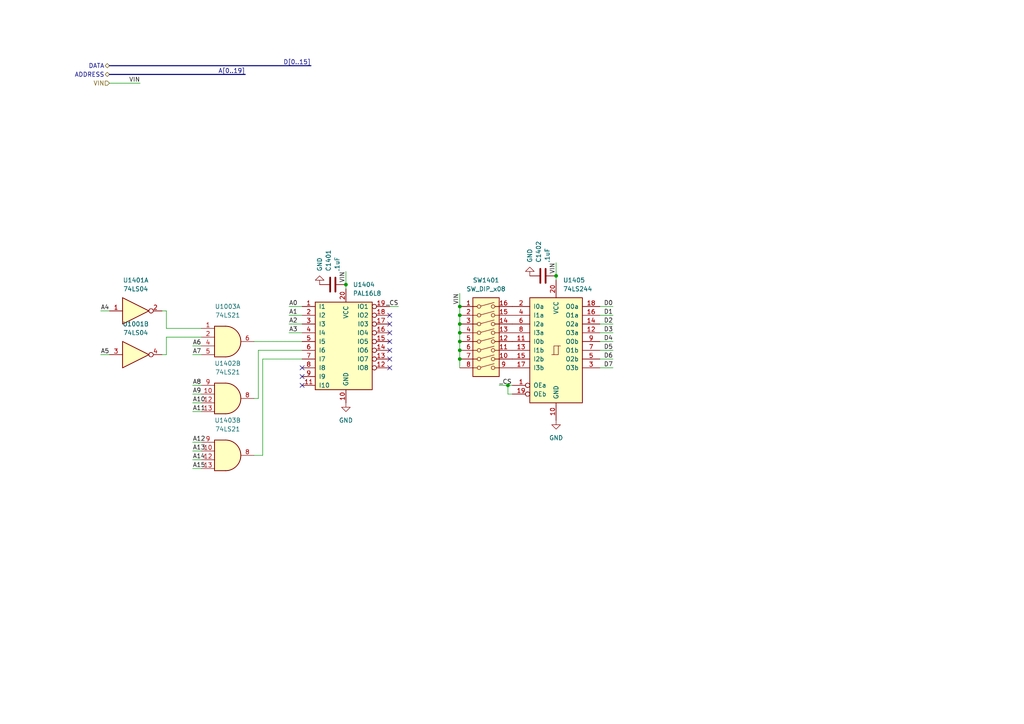
<source format=kicad_sch>
(kicad_sch (version 20211123) (generator eeschema)
  (paper "A4")
  (lib_symbols
    (symbol "74xx:74LS04"
      (property "Reference" "U" (at 0 1.27 0))
      (property "Value" "74LS04" (at 0 -1.27 0))
      (symbol "74LS04_1_0"
        (polyline (pts (xy -3.81 3.81) (xy -3.81 -3.81) (xy 3.81 0) (xy -3.81 3.81)) (stroke (width 0.254)) (fill (type background)))
        (pin input line (at -7.62 0 0) (length 3.81) (name "~") (number "1"))
        (pin output inverted (at 7.62 0 180) (length 3.81) (name "~") (number "2"))
      )
      (symbol "74LS04_2_0"
        (polyline (pts (xy -3.81 3.81) (xy -3.81 -3.81) (xy 3.81 0) (xy -3.81 3.81)) (stroke (width 0.254)) (fill (type background)))
        (pin input line (at -7.62 0 0) (length 3.81) (name "~") (number "3"))
        (pin output inverted (at 7.62 0 180) (length 3.81) (name "~") (number "4"))
      )
      (symbol "74LS04_3_0"
        (polyline (pts (xy -3.81 3.81) (xy -3.81 -3.81) (xy 3.81 0) (xy -3.81 3.81)) (stroke (width 0.254)) (fill (type background)))
        (pin input line (at -7.62 0 0) (length 3.81) (name "~") (number "5"))
        (pin output inverted (at 7.62 0 180) (length 3.81) (name "~") (number "6"))
      )
      (symbol "74LS04_4_0"
        (polyline (pts (xy -3.81 3.81) (xy -3.81 -3.81) (xy 3.81 0) (xy -3.81 3.81)) (stroke (width 0.254)) (fill (type background)))
        (pin output inverted (at 7.62 0 180) (length 3.81) (name "~") (number "8"))
        (pin input line (at -7.62 0 0) (length 3.81) (name "~") (number "9"))
      )
      (symbol "74LS04_5_0"
        (polyline (pts (xy -3.81 3.81) (xy -3.81 -3.81) (xy 3.81 0) (xy -3.81 3.81)) (stroke (width 0.254)) (fill (type background)))
        (pin output inverted (at 7.62 0 180) (length 3.81) (name "~") (number "10"))
        (pin input line (at -7.62 0 0) (length 3.81) (name "~") (number "11"))
      )
      (symbol "74LS04_6_0"
        (polyline (pts (xy -3.81 3.81) (xy -3.81 -3.81) (xy 3.81 0) (xy -3.81 3.81)) (stroke (width 0.254)) (fill (type background)))
        (pin output inverted (at 7.62 0 180) (length 3.81) (name "~") (number "12"))
        (pin input line (at -7.62 0 0) (length 3.81) (name "~") (number "13"))
      )
      (symbol "74LS04_7_0"
        (pin power_in line (at 0 12.7 270) (length 5.08) (name "VCC") (number "14"))
        (pin power_in line (at 0 -12.7 90) (length 5.08) (name "GND") (number "7"))
      )
      (symbol "74LS04_7_1"
        (rectangle (start -5.08 7.62) (end 5.08 -7.62) (stroke (width 0.254)) (fill (type background)))
      )
    )
    (symbol "74xx:74LS21" (pin_names (offset 1.016))
      (property "Reference" "U" (at 0 1.27 0))
      (property "Value" "74LS21" (at 0 -1.27 0))
      (symbol "74LS21_1_1"
        (arc (start -0.635 -4.445) (mid 3.81 0) (end -0.635 4.445) (stroke (width 0.254)) (fill (type background)))
        (polyline (pts (xy -0.635 4.445) (xy -3.81 4.445) (xy -3.81 -4.445) (xy -0.635 -4.445)) (stroke (width 0.254)) (fill (type background)))
        (pin input line (at -7.62 3.81 0) (length 3.81) (name "~") (number "1"))
        (pin input line (at -7.62 1.27 0) (length 3.81) (name "~") (number "2"))
        (pin input line (at -7.62 -1.27 0) (length 3.81) (name "~") (number "4"))
        (pin input line (at -7.62 -3.81 0) (length 3.81) (name "~") (number "5"))
        (pin output line (at 7.62 0 180) (length 3.81) (name "~") (number "6"))
      )
      (symbol "74LS21_1_2"
        (arc (start -3.81 -4.445) (mid -2.5908 0) (end -3.81 4.445) (stroke (width 0.254)))
        (arc (start -0.6096 -4.445) (mid 2.2246 -2.8422) (end 3.81 0) (stroke (width 0.254)) (fill (type background)))
        (polyline (pts (xy -3.81 -4.445) (xy -0.635 -4.445)) (stroke (width 0.254)) (fill (type background)))
        (polyline (pts (xy -3.81 4.445) (xy -0.635 4.445)) (stroke (width 0.254)) (fill (type background)))
        (polyline (pts (xy -0.635 4.445) (xy -3.81 4.445) (xy -3.81 4.445) (xy -3.6322 4.0894) (xy -3.0988 2.921) (xy -2.7686 1.6764) (xy -2.6162 0.4318) (xy -2.6416 -0.8636) (xy -2.8702 -2.1082) (xy -3.2512 -3.3274) (xy -3.81 -4.445) (xy -3.81 -4.445) (xy -0.635 -4.445)) (stroke (width -25.4)) (fill (type background)))
        (arc (start 3.81 0) (mid 2.2204 2.8379) (end -0.6096 4.445) (stroke (width 0.254)) (fill (type background)))
        (pin input inverted (at -7.62 3.81 0) (length 3.81) (name "~") (number "1"))
        (pin input inverted (at -7.62 1.27 0) (length 4.826) (name "~") (number "2"))
        (pin input inverted (at -7.62 -1.27 0) (length 4.826) (name "~") (number "4"))
        (pin input inverted (at -7.62 -3.81 0) (length 3.81) (name "~") (number "5"))
        (pin output inverted (at 7.62 0 180) (length 3.81) (name "~") (number "6"))
      )
      (symbol "74LS21_2_1"
        (arc (start -0.635 -4.445) (mid 3.81 0) (end -0.635 4.445) (stroke (width 0.254)) (fill (type background)))
        (polyline (pts (xy -0.635 4.445) (xy -3.81 4.445) (xy -3.81 -4.445) (xy -0.635 -4.445)) (stroke (width 0.254)) (fill (type background)))
        (pin input line (at -7.62 1.27 0) (length 3.81) (name "~") (number "10"))
        (pin input line (at -7.62 -1.27 0) (length 3.81) (name "~") (number "12"))
        (pin input line (at -7.62 -3.81 0) (length 3.81) (name "~") (number "13"))
        (pin output line (at 7.62 0 180) (length 3.81) (name "~") (number "8"))
        (pin input line (at -7.62 3.81 0) (length 3.81) (name "~") (number "9"))
      )
      (symbol "74LS21_2_2"
        (arc (start -3.81 -4.445) (mid -2.5908 0) (end -3.81 4.445) (stroke (width 0.254)))
        (arc (start -0.6096 -4.445) (mid 2.2246 -2.8422) (end 3.81 0) (stroke (width 0.254)) (fill (type background)))
        (polyline (pts (xy -3.81 -4.445) (xy -0.635 -4.445)) (stroke (width 0.254)) (fill (type background)))
        (polyline (pts (xy -3.81 4.445) (xy -0.635 4.445)) (stroke (width 0.254)) (fill (type background)))
        (polyline (pts (xy -0.635 4.445) (xy -3.81 4.445) (xy -3.81 4.445) (xy -3.6322 4.0894) (xy -3.0988 2.921) (xy -2.7686 1.6764) (xy -2.6162 0.4318) (xy -2.6416 -0.8636) (xy -2.8702 -2.1082) (xy -3.2512 -3.3274) (xy -3.81 -4.445) (xy -3.81 -4.445) (xy -0.635 -4.445)) (stroke (width -25.4)) (fill (type background)))
        (arc (start 3.81 0) (mid 2.2204 2.8379) (end -0.6096 4.445) (stroke (width 0.254)) (fill (type background)))
        (pin input inverted (at -7.62 1.27 0) (length 4.826) (name "~") (number "10"))
        (pin input inverted (at -7.62 -1.27 0) (length 4.826) (name "~") (number "12"))
        (pin input inverted (at -7.62 -3.81 0) (length 3.81) (name "~") (number "13"))
        (pin output inverted (at 7.62 0 180) (length 3.81) (name "~") (number "8"))
        (pin input inverted (at -7.62 3.81 0) (length 3.81) (name "~") (number "9"))
      )
      (symbol "74LS21_3_0"
        (pin power_in line (at 0 12.7 270) (length 5.08) (name "VCC") (number "14"))
        (pin power_in line (at 0 -12.7 90) (length 5.08) (name "GND") (number "7"))
      )
      (symbol "74LS21_3_1"
        (rectangle (start -5.08 7.62) (end 5.08 -7.62) (stroke (width 0.254)) (fill (type background)))
      )
    )
    (symbol "74xx:74LS244" (pin_names (offset 1.016))
      (property "Reference" "U" (at -7.62 16.51 0))
      (property "Value" "74LS244" (at -7.62 -16.51 0))
      (symbol "74LS244_1_0"
        (polyline (pts (xy -0.635 -1.27) (xy -0.635 1.27) (xy 0.635 1.27)))
        (polyline (pts (xy -1.27 -1.27) (xy 0.635 -1.27) (xy 0.635 1.27) (xy 1.27 1.27)))
        (pin input inverted (at -12.7 -10.16 0) (length 5.08) (name "OEa") (number "1"))
        (pin power_in line (at 0 -20.32 90) (length 5.08) (name "GND") (number "10"))
        (pin input line (at -12.7 2.54 0) (length 5.08) (name "I0b") (number "11"))
        (pin tri_state line (at 12.7 5.08 180) (length 5.08) (name "O3a") (number "12"))
        (pin input line (at -12.7 0 0) (length 5.08) (name "I1b") (number "13"))
        (pin tri_state line (at 12.7 7.62 180) (length 5.08) (name "O2a") (number "14"))
        (pin input line (at -12.7 -2.54 0) (length 5.08) (name "I2b") (number "15"))
        (pin tri_state line (at 12.7 10.16 180) (length 5.08) (name "O1a") (number "16"))
        (pin input line (at -12.7 -5.08 0) (length 5.08) (name "I3b") (number "17"))
        (pin tri_state line (at 12.7 12.7 180) (length 5.08) (name "O0a") (number "18"))
        (pin input inverted (at -12.7 -12.7 0) (length 5.08) (name "OEb") (number "19"))
        (pin input line (at -12.7 12.7 0) (length 5.08) (name "I0a") (number "2"))
        (pin power_in line (at 0 20.32 270) (length 5.08) (name "VCC") (number "20"))
        (pin tri_state line (at 12.7 -5.08 180) (length 5.08) (name "O3b") (number "3"))
        (pin input line (at -12.7 10.16 0) (length 5.08) (name "I1a") (number "4"))
        (pin tri_state line (at 12.7 -2.54 180) (length 5.08) (name "O2b") (number "5"))
        (pin input line (at -12.7 7.62 0) (length 5.08) (name "I2a") (number "6"))
        (pin tri_state line (at 12.7 0 180) (length 5.08) (name "O1b") (number "7"))
        (pin input line (at -12.7 5.08 0) (length 5.08) (name "I3a") (number "8"))
        (pin tri_state line (at 12.7 2.54 180) (length 5.08) (name "O0b") (number "9"))
      )
      (symbol "74LS244_1_1"
        (rectangle (start -7.62 15.24) (end 7.62 -15.24) (stroke (width 0.254)) (fill (type background)))
      )
    )
    (symbol "Device:C" (pin_numbers hide) (pin_names (offset 0.254))
      (property "Reference" "C" (at 0.635 2.54 0))
      (property "Value" "C" (at 0.635 -2.54 0))
      (symbol "C_0_1"
        (polyline (pts (xy -2.032 -0.762) (xy 2.032 -0.762)) (stroke (width 0.508)))
        (polyline (pts (xy -2.032 0.762) (xy 2.032 0.762)) (stroke (width 0.508)))
      )
      (symbol "C_1_1"
        (pin passive line (at 0 3.81 270) (length 2.794) (name "~") (number "1"))
        (pin passive line (at 0 -3.81 90) (length 2.794) (name "~") (number "2"))
      )
    )
    (symbol "Logic_Programmable:PAL16L8" (pin_names (offset 1.016))
      (property "Reference" "U" (at -8.89 16.51 0))
      (property "Value" "PAL16L8" (at 1.27 16.51 0))
      (symbol "PAL16L8_0_0"
        (pin power_in line (at 0 -15.24 90) (length 3.81) (name "GND") (number "10"))
        (pin power_in line (at 0 17.78 270) (length 3.81) (name "VCC") (number "20"))
      )
      (symbol "PAL16L8_0_1"
        (rectangle (start -8.89 13.97) (end 7.62 -11.43) (stroke (width 0.254)) (fill (type background)))
      )
      (symbol "PAL16L8_1_1"
        (pin input line (at -12.7 12.7 0) (length 3.81) (name "I1") (number "1"))
        (pin input line (at -12.7 -10.16 0) (length 3.81) (name "I10") (number "11"))
        (pin tri_state inverted (at 12.7 -5.08 180) (length 5.08) (name "IO8") (number "12"))
        (pin tri_state inverted (at 12.7 -2.54 180) (length 5.08) (name "IO7") (number "13"))
        (pin tri_state inverted (at 12.7 0 180) (length 5.08) (name "IO6") (number "14"))
        (pin tri_state inverted (at 12.7 2.54 180) (length 5.08) (name "IO5") (number "15"))
        (pin tri_state inverted (at 12.7 5.08 180) (length 5.08) (name "IO4") (number "16"))
        (pin tri_state inverted (at 12.7 7.62 180) (length 5.08) (name "I03") (number "17"))
        (pin tri_state inverted (at 12.7 10.16 180) (length 5.08) (name "IO2") (number "18"))
        (pin tri_state inverted (at 12.7 12.7 180) (length 5.08) (name "IO1") (number "19"))
        (pin input line (at -12.7 10.16 0) (length 3.81) (name "I2") (number "2"))
        (pin input line (at -12.7 7.62 0) (length 3.81) (name "I3") (number "3"))
        (pin input line (at -12.7 5.08 0) (length 3.81) (name "I4") (number "4"))
        (pin input line (at -12.7 2.54 0) (length 3.81) (name "I5") (number "5"))
        (pin input line (at -12.7 0 0) (length 3.81) (name "I6") (number "6"))
        (pin input line (at -12.7 -2.54 0) (length 3.81) (name "I7") (number "7"))
        (pin input line (at -12.7 -5.08 0) (length 3.81) (name "I8") (number "8"))
        (pin input line (at -12.7 -7.62 0) (length 3.81) (name "I9") (number "9"))
      )
    )
    (symbol "Switch:SW_DIP_x08" (pin_names (offset 0) hide)
      (property "Reference" "SW" (at 0 13.97 0))
      (property "Value" "SW_DIP_x08" (at 0 -11.43 0))
      (symbol "SW_DIP_x08_0_0"
        (circle (center -2.032 -7.62) (radius 0.508))
        (circle (center -2.032 -5.08) (radius 0.508))
        (circle (center -2.032 -2.54) (radius 0.508))
        (circle (center -2.032 0) (radius 0.508))
        (circle (center -2.032 2.54) (radius 0.508))
        (circle (center -2.032 5.08) (radius 0.508))
        (circle (center -2.032 7.62) (radius 0.508))
        (circle (center -2.032 10.16) (radius 0.508))
        (polyline (pts (xy -1.524 -7.4676) (xy 2.3622 -6.4262)))
        (polyline (pts (xy -1.524 -4.9276) (xy 2.3622 -3.8862)))
        (polyline (pts (xy -1.524 -2.3876) (xy 2.3622 -1.3462)))
        (polyline (pts (xy -1.524 0.127) (xy 2.3622 1.1684)))
        (polyline (pts (xy -1.524 2.667) (xy 2.3622 3.7084)))
        (polyline (pts (xy -1.524 5.207) (xy 2.3622 6.2484)))
        (polyline (pts (xy -1.524 7.747) (xy 2.3622 8.7884)))
        (polyline (pts (xy -1.524 10.287) (xy 2.3622 11.3284)))
        (circle (center 2.032 -7.62) (radius 0.508))
        (circle (center 2.032 -5.08) (radius 0.508))
        (circle (center 2.032 -2.54) (radius 0.508))
        (circle (center 2.032 0) (radius 0.508))
        (circle (center 2.032 2.54) (radius 0.508))
        (circle (center 2.032 5.08) (radius 0.508))
        (circle (center 2.032 7.62) (radius 0.508))
        (circle (center 2.032 10.16) (radius 0.508))
      )
      (symbol "SW_DIP_x08_0_1"
        (rectangle (start -3.81 12.7) (end 3.81 -10.16) (stroke (width 0.254)) (fill (type background)))
      )
      (symbol "SW_DIP_x08_1_1"
        (pin passive line (at -7.62 10.16 0) (length 5.08) (name "~") (number "1"))
        (pin passive line (at 7.62 -5.08 180) (length 5.08) (name "~") (number "10"))
        (pin passive line (at 7.62 -2.54 180) (length 5.08) (name "~") (number "11"))
        (pin passive line (at 7.62 0 180) (length 5.08) (name "~") (number "12"))
        (pin passive line (at 7.62 2.54 180) (length 5.08) (name "~") (number "13"))
        (pin passive line (at 7.62 5.08 180) (length 5.08) (name "~") (number "14"))
        (pin passive line (at 7.62 7.62 180) (length 5.08) (name "~") (number "15"))
        (pin passive line (at 7.62 10.16 180) (length 5.08) (name "~") (number "16"))
        (pin passive line (at -7.62 7.62 0) (length 5.08) (name "~") (number "2"))
        (pin passive line (at -7.62 5.08 0) (length 5.08) (name "~") (number "3"))
        (pin passive line (at -7.62 2.54 0) (length 5.08) (name "~") (number "4"))
        (pin passive line (at -7.62 0 0) (length 5.08) (name "~") (number "5"))
        (pin passive line (at -7.62 -2.54 0) (length 5.08) (name "~") (number "6"))
        (pin passive line (at -7.62 -5.08 0) (length 5.08) (name "~") (number "7"))
        (pin passive line (at -7.62 -7.62 0) (length 5.08) (name "~") (number "8"))
        (pin passive line (at 7.62 -7.62 180) (length 5.08) (name "~") (number "9"))
      )
    )
    (symbol "power:GND" (power) (pin_names (offset 0))
      (property "Value" "GND" (at 0 -3.81 0))
      (symbol "GND_0_1"
        (polyline (pts (xy 0 0) (xy 0 -1.27) (xy 1.27 -1.27) (xy 0 -2.54) (xy -1.27 -1.27) (xy 0 -1.27)))
      )
      (symbol "GND_1_1"
        (pin power_in line (at 0 0 270) (length 0) hide (name "GND") (number "1"))
      )
    )
  )
  (junction (at 133.35 91.44))
  (junction (at 133.35 99.06))
  (junction (at 147.32 111.76))
  (junction (at 133.35 96.52))
  (junction (at 133.35 104.14))
  (junction (at 133.35 88.9))
  (junction (at 100.33 82.55))
  (junction (at 133.35 101.6))
  (junction (at 133.35 93.98))
  (junction (at 161.29 80.01))
  (no_connect (at 87.63 111.76))
  (no_connect (at 113.03 91.44))
  (no_connect (at 113.03 93.98))
  (no_connect (at 113.03 99.06))
  (no_connect (at 113.03 96.52))
  (no_connect (at 113.03 101.6))
  (no_connect (at 113.03 104.14))
  (no_connect (at 113.03 106.68))
  (no_connect (at 87.63 109.22))
  (no_connect (at 87.63 106.68))
  (wire (pts (xy 73.66 115.57) (xy 74.93 115.57)))
  (wire (pts (xy 133.35 91.44) (xy 133.35 93.98)))
  (wire (pts (xy 147.32 111.76) (xy 147.32 114.3)))
  (wire (pts (xy 100.33 78.74) (xy 100.33 82.55)))
  (bus (pts (xy 31.75 19.05) (xy 90.17 19.05)))
  (wire (pts (xy 173.99 106.68) (xy 177.8 106.68)))
  (wire (pts (xy 83.82 96.52) (xy 87.63 96.52)))
  (wire (pts (xy 173.99 91.44) (xy 177.8 91.44)))
  (wire (pts (xy 147.32 114.3) (xy 148.59 114.3)))
  (wire (pts (xy 55.88 133.35) (xy 58.42 133.35)))
  (wire (pts (xy 133.35 88.9) (xy 133.35 91.44)))
  (wire (pts (xy 133.35 104.14) (xy 133.35 106.68)))
  (wire (pts (xy 161.29 76.2) (xy 161.29 80.01)))
  (wire (pts (xy 55.88 114.3) (xy 58.42 114.3)))
  (wire (pts (xy 173.99 93.98) (xy 177.8 93.98)))
  (wire (pts (xy 48.26 97.79) (xy 58.42 97.79)))
  (wire (pts (xy 55.88 111.76) (xy 58.42 111.76)))
  (wire (pts (xy 73.66 132.08) (xy 76.2 132.08)))
  (wire (pts (xy 31.75 24.13) (xy 40.64 24.13)))
  (wire (pts (xy 133.35 93.98) (xy 133.35 96.52)))
  (wire (pts (xy 161.29 80.01) (xy 161.29 81.28)))
  (wire (pts (xy 55.88 130.81) (xy 58.42 130.81)))
  (wire (pts (xy 173.99 104.14) (xy 177.8 104.14)))
  (wire (pts (xy 173.99 101.6) (xy 177.8 101.6)))
  (wire (pts (xy 147.32 111.76) (xy 148.59 111.76)))
  (wire (pts (xy 74.93 101.6) (xy 87.63 101.6)))
  (wire (pts (xy 29.21 90.17) (xy 31.75 90.17)))
  (wire (pts (xy 133.35 101.6) (xy 133.35 104.14)))
  (wire (pts (xy 55.88 116.84) (xy 58.42 116.84)))
  (wire (pts (xy 83.82 88.9) (xy 87.63 88.9)))
  (wire (pts (xy 76.2 104.14) (xy 87.63 104.14)))
  (wire (pts (xy 46.99 102.87) (xy 48.26 102.87)))
  (wire (pts (xy 55.88 135.89) (xy 58.42 135.89)))
  (wire (pts (xy 55.88 102.87) (xy 58.42 102.87)))
  (wire (pts (xy 48.26 95.25) (xy 58.42 95.25)))
  (wire (pts (xy 133.35 99.06) (xy 133.35 101.6)))
  (wire (pts (xy 29.21 102.87) (xy 31.75 102.87)))
  (wire (pts (xy 173.99 96.52) (xy 177.8 96.52)))
  (bus (pts (xy 31.75 21.59) (xy 71.12 21.59)))
  (wire (pts (xy 83.82 91.44) (xy 87.63 91.44)))
  (wire (pts (xy 46.99 90.17) (xy 48.26 90.17)))
  (wire (pts (xy 113.03 88.9) (xy 115.57 88.9)))
  (wire (pts (xy 55.88 119.38) (xy 58.42 119.38)))
  (wire (pts (xy 48.26 90.17) (xy 48.26 95.25)))
  (wire (pts (xy 55.88 100.33) (xy 58.42 100.33)))
  (wire (pts (xy 48.26 102.87) (xy 48.26 97.79)))
  (wire (pts (xy 144.78 111.76) (xy 147.32 111.76)))
  (wire (pts (xy 173.99 99.06) (xy 177.8 99.06)))
  (wire (pts (xy 76.2 132.08) (xy 76.2 104.14)))
  (wire (pts (xy 100.33 82.55) (xy 100.33 83.82)))
  (wire (pts (xy 133.35 85.09) (xy 133.35 88.9)))
  (wire (pts (xy 73.66 99.06) (xy 87.63 99.06)))
  (wire (pts (xy 173.99 88.9) (xy 177.8 88.9)))
  (wire (pts (xy 83.82 93.98) (xy 87.63 93.98)))
  (wire (pts (xy 74.93 115.57) (xy 74.93 101.6)))
  (wire (pts (xy 55.88 128.27) (xy 58.42 128.27)))
  (wire (pts (xy 133.35 96.52) (xy 133.35 99.06)))
  (label "D6" (at 177.8 104.14 180))
  (label "A1" (at 83.82 91.44 0))
  (label "D4" (at 177.8 99.06 180))
  (label "A15" (at 55.88 135.89 0))
  (label "A10" (at 55.88 116.84 0))
  (label "A0" (at 83.82 88.9 0))
  (label "A14" (at 55.88 133.35 0))
  (label "VIN" (at 133.35 85.09 270))
  (label "A11" (at 55.88 119.38 0))
  (label "A5" (at 29.21 102.87 0))
  (label "A3" (at 83.82 96.52 0))
  (label "A6" (at 55.88 100.33 0))
  (label "VIN" (at 40.64 24.13 180))
  (label "_CS" (at 144.78 111.76 0))
  (label "A7" (at 55.88 102.87 0))
  (label "D1" (at 177.8 91.44 180))
  (label "A8" (at 55.88 111.76 0))
  (label "VIN" (at 161.29 76.2 270))
  (label "A13" (at 55.88 130.81 0))
  (label "A2" (at 83.82 93.98 0))
  (label "A12" (at 55.88 128.27 0))
  (label "D5" (at 177.8 101.6 180))
  (label "D0" (at 177.8 88.9 180))
  (label "D3" (at 177.8 96.52 180))
  (label "VIN" (at 100.33 78.74 270))
  (label "D2" (at 177.8 93.98 180))
  (label "D[0..15]" (at 90.17 19.05 180))
  (label "A[0..19]" (at 71.12 21.59 180))
  (label "D7" (at 177.8 106.68 180))
  (label "A4" (at 29.21 90.17 0))
  (label "_CS" (at 115.57 88.9 180))
  (label "A9" (at 55.88 114.3 0))
  (hierarchical_label "DATA" (shape bidirectional) (at 31.75 19.05 180))
  (hierarchical_label "ADDRESS" (shape bidirectional) (at 31.75 21.59 180))
  (hierarchical_label "VIN" (shape input) (at 31.75 24.13 180))
  (symbol (lib_id "power:GND") (at 153.67 80.01 180) (unit 1)
    (property "Reference" "#PWR01403" (effects hide))
    (property "Value" "GND" (at 153.6699 76.2 90) (effects (justify right)))
  )
  (symbol (lib_id "Switch:SW_DIP_x08") (at 140.97 99.06 0) (unit 1)
    (property "Reference" "SW1401" (at 140.97 81.28 0))
    (property "Value" "SW_DIP_x08" (at 140.97 83.82 0))
    (property "Footprint" "Button_Switch_SMD:SW_DIP_SPSTx08_Slide_6.7x21.88mm_W6.73mm_P2.54mm_LowProfile_JPin" (effects hide))
  )
  (symbol (lib_id "74xx:74LS244") (at 161.29 101.6 0) (unit 1)
    (property "Reference" "U1405" (at 163.3094 81.28 0) (effects (justify left)))
    (property "Value" "74LS244" (at 163.3094 83.82 0) (effects (justify left)))
    (property "Footprint" "Package_DIP:DIP-20_W7.62mm" (effects hide))
    (property "Datasheet" "http://www.ti.com/lit/ds/symlink/sn74ls244.pdf" (effects hide))
  )
  (symbol (lib_id "power:GND") (at 161.29 121.92 0) (unit 1)
    (property "Reference" "#PWR01404" (effects hide))
    (property "Value" "GND" (at 161.29 127 0))
  )
  (symbol (lib_id "power:GND") (at 92.71 82.55 180) (unit 1)
    (property "Reference" "#PWR01401" (effects hide))
    (property "Value" "GND" (at 92.7099 78.74 90) (effects (justify right)))
  )
  (symbol (lib_id "Device:C") (at 157.48 80.01 90) (unit 1)
    (property "Reference" "C1402" (at 156.2099 76.2 0) (effects (justify left)))
    (property "Value" ".1uF" (at 158.7499 76.2 0) (effects (justify left)))
    (property "Footprint" "Capacitor_SMD:CP_Elec_3x5.3" (effects hide))
  )
  (symbol (lib_id "74xx:74LS04") (at 39.37 90.17 0) (unit 1)
    (property "Reference" "U1401" (at 39.37 81.28 0))
    (property "Value" "74LS04" (at 39.37 83.82 0))
    (property "Footprint" "Package_DIP:DIP-14_W10.16mm" (effects hide))
    (property "Datasheet" "http://www.ti.com/lit/gpn/sn74LS04" (effects hide))
  )
  (symbol (lib_id "power:GND") (at 100.33 116.84 0) (unit 1)
    (property "Reference" "#PWR01402" (effects hide))
    (property "Value" "GND" (at 100.33 121.92 0))
  )
  (symbol (lib_id "74xx:74LS21") (at 66.04 99.06 0) (unit 1)
    (property "Reference" "U1003" (at 66.04 88.9 0))
    (property "Value" "74LS21" (at 66.04 91.44 0))
    (property "Footprint" "Package_DIP:DIP-14_W10.16mm" (effects hide))
    (property "Datasheet" "http://www.ti.com/lit/gpn/sn74LS21" (effects hide))
  )
  (symbol (lib_id "Logic_Programmable:PAL16L8") (at 100.33 101.6 0) (unit 1)
    (property "Reference" "U1404" (at 102.3494 82.55 0) (effects (justify left)))
    (property "Value" "PAL16L8" (at 102.3494 85.09 0) (effects (justify left)))
    (property "Footprint" "Package_DIP:DIP-20_W7.62mm" (effects hide))
  )
  (symbol (lib_id "74xx:74LS04") (at 39.37 102.87 0) (unit 2)
    (property "Reference" "U1001" (at 39.37 93.98 0))
    (property "Value" "74LS04" (at 39.37 96.52 0))
    (property "Footprint" "Package_DIP:DIP-14_W10.16mm" (effects hide))
    (property "Datasheet" "http://www.ti.com/lit/gpn/sn74LS04" (effects hide))
  )
  (symbol (lib_id "Device:C") (at 96.52 82.55 90) (unit 1)
    (property "Reference" "C1401" (at 95.2499 78.74 0) (effects (justify left)))
    (property "Value" ".1uF" (at 97.7899 78.74 0) (effects (justify left)))
    (property "Footprint" "Capacitor_SMD:CP_Elec_3x5.3" (effects hide))
  )
  (symbol (lib_id "74xx:74LS21") (at 66.04 132.08 0) (unit 2)
    (property "Reference" "U1403" (at 66.04 121.92 0))
    (property "Value" "74LS21" (at 66.04 124.46 0))
    (property "Footprint" "Package_DIP:DIP-14_W10.16mm" (effects hide))
    (property "Datasheet" "http://www.ti.com/lit/gpn/sn74LS21" (effects hide))
  )
  (symbol (lib_id "74xx:74LS21") (at 66.04 115.57 0) (unit 2)
    (property "Reference" "U1402" (at 66.04 105.41 0))
    (property "Value" "74LS21" (at 66.04 107.95 0))
    (property "Footprint" "Package_DIP:DIP-14_W10.16mm" (effects hide))
    (property "Datasheet" "http://www.ti.com/lit/gpn/sn74LS21" (effects hide))
  )
)
</source>
